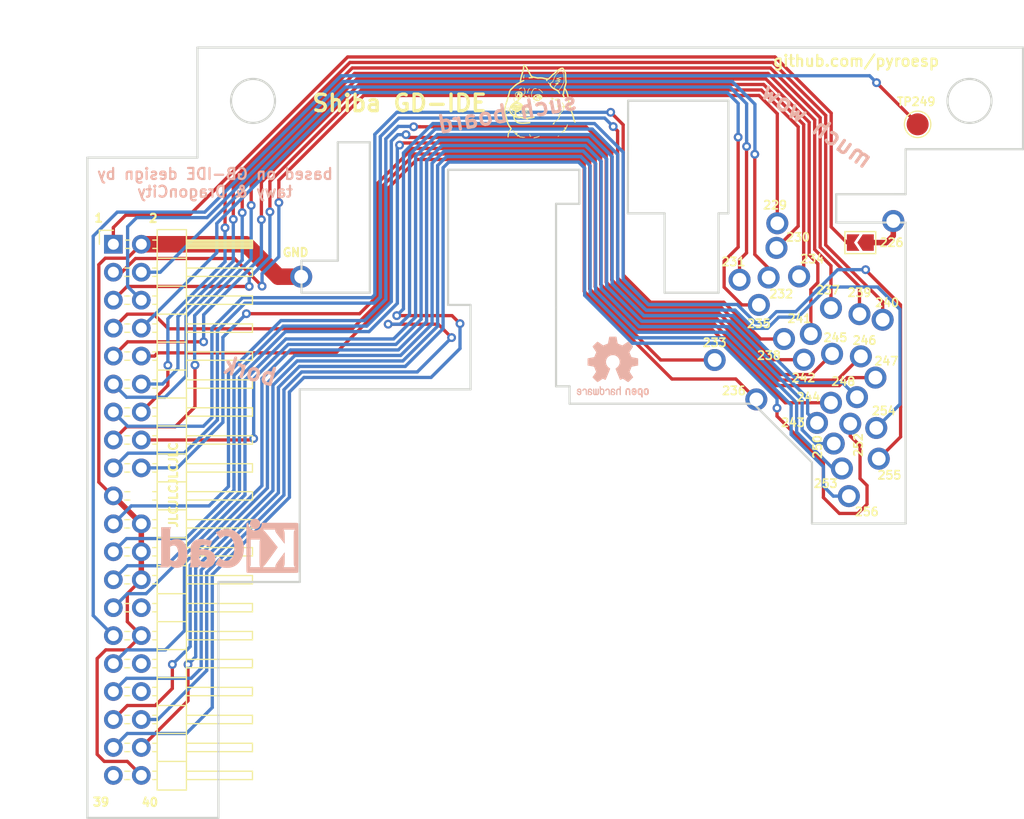
<source format=kicad_pcb>
(kicad_pcb (version 20171130) (host pcbnew "(5.1.6)-1")
  (layers (0 F.Cu signal) (31 B.Cu signal) (34 B.Paste user hide) (35 F.Paste user hide) (36 B.SilkS user) (37 F.SilkS user) (38 B.Mask user) (39 F.Mask user) (44 Edge.Cuts user))
  (net 0 "")
  (net 1 GND)
  (net 2 "Net-(J1-Pad39)")
  (net 3 TP256)
  (net 4 TP255)
  (net 5 TP254)
  (net 6 TP253)
  (net 7 "Net-(J1-Pad34)")
  (net 8 TP252)
  (net 9 "Net-(J1-Pad32)")
  (net 10 TP250)
  (net 11 TP249)
  (net 12 "Net-(J1-Pad28)")
  (net 13 TP248)
  (net 14 TP247)
  (net 15 TP246)
  (net 16 TP245)
  (net 17 TP244)
  (net 18 TP242)
  (net 19 TP243)
  (net 20 TP241)
  (net 21 TP240)
  (net 22 TP238)
  (net 23 TP239)
  (net 24 TP237)
  (net 25 TP236)
  (net 26 TP234)
  (net 27 TP235)
  (net 28 TP233)
  (net 29 TP232)
  (net 30 TP230)
  (net 31 TP231)
  (net 32 TP229)
  (net 33 TP226)
  (module Symbol:KiCad-Logo_5mm_SilkScreen (layer B.Cu) (at 117.950672 119.464037 180)
    (fp_text reference REF** hide)
    (fp_text value KiCad-Logo_5mm_SilkScreen hide)
  )
  (module Symbol:OSHW-Logo2_7.3x6mm_SilkScreen (layer B.Cu) (at 152.799472 102.700037 180)
    (fp_text reference REF** hide)
    (fp_text value OSHW-Logo2_7.3x6mm_SilkScreen hide)
  )
  (module doge:doge (layer F.Cu) (at 146.093872 78.849437)
    (fp_text reference G*** hide)
    (fp_text value LOGO hide)
  )
  (module TestPoint:TestPoint_Pad_D2.0mm (layer F.Cu) (at 180.4924 80.645)
    (fp_text reference TP249 (at -0.127 -2.0574) (layer F.SilkS) (effects (font (size 0.75 0.75))))
    (fp_text value TestPoint_Pad_D2.0mm)
    (pad 1 smd circle (at 0 0) (size 2 2) (layers F.Cu F.Mask) (net 11 TP249))
  )
  (module Connector_PinHeader_2.54mm:PinHeader_2x20_P2.54mm_Horizontal (layer F.Cu) (at 107.4166 91.5416)
    (fp_text reference J1 hide)
    (fp_text value Conn_02x20_Odd_Even)
    (pad 40 thru_hole oval (at 2.54 48.26) (size 1.7 1.7) (drill 1) (layers *.Cu *.Mask) (net 1 GND))
    (pad 39 thru_hole oval (at 0 48.26) (size 1.7 1.7) (drill 1) (layers *.Cu *.Mask) (net 2 "Net-(J1-Pad39)"))
    (pad 38 thru_hole oval (at 2.54 45.72) (size 1.7 1.7) (drill 1) (layers *.Cu *.Mask) (net 3 TP256))
    (pad 37 thru_hole oval (at 0 45.72) (size 1.7 1.7) (drill 1) (layers *.Cu *.Mask) (net 4 TP255))
    (pad 36 thru_hole oval (at 2.54 43.18) (size 1.7 1.7) (drill 1) (layers *.Cu *.Mask) (net 5 TP254))
    (pad 35 thru_hole oval (at 0 43.18) (size 1.7 1.7) (drill 1) (layers *.Cu *.Mask) (net 6 TP253))
    (pad 34 thru_hole oval (at 2.54 40.64) (size 1.7 1.7) (drill 1) (layers *.Cu *.Mask) (net 7 "Net-(J1-Pad34)"))
    (pad 33 thru_hole oval (at 0 40.64) (size 1.7 1.7) (drill 1) (layers *.Cu *.Mask) (net 8 TP252))
    (pad 32 thru_hole oval (at 2.54 38.1) (size 1.7 1.7) (drill 1) (layers *.Cu *.Mask) (net 9 "Net-(J1-Pad32)"))
    (pad 31 thru_hole oval (at 0 38.1) (size 1.7 1.7) (drill 1) (layers *.Cu *.Mask) (net 10 TP250))
    (pad 30 thru_hole oval (at 2.54 35.56) (size 1.7 1.7) (drill 1) (layers *.Cu *.Mask) (net 1 GND))
    (pad 29 thru_hole oval (at 0 35.56) (size 1.7 1.7) (drill 1) (layers *.Cu *.Mask) (net 11 TP249))
    (pad 28 thru_hole oval (at 2.54 33.02) (size 1.7 1.7) (drill 1) (layers *.Cu *.Mask) (net 12 "Net-(J1-Pad28)"))
    (pad 27 thru_hole oval (at 0 33.02) (size 1.7 1.7) (drill 1) (layers *.Cu *.Mask) (net 13 TP248))
    (pad 26 thru_hole oval (at 2.54 30.48) (size 1.7 1.7) (drill 1) (layers *.Cu *.Mask) (net 1 GND))
    (pad 25 thru_hole oval (at 0 30.48) (size 1.7 1.7) (drill 1) (layers *.Cu *.Mask) (net 14 TP247))
    (pad 24 thru_hole oval (at 2.54 27.94) (size 1.7 1.7) (drill 1) (layers *.Cu *.Mask) (net 1 GND))
    (pad 23 thru_hole oval (at 0 27.94) (size 1.7 1.7) (drill 1) (layers *.Cu *.Mask) (net 15 TP246))
    (pad 22 thru_hole oval (at 2.54 25.4) (size 1.7 1.7) (drill 1) (layers *.Cu *.Mask) (net 1 GND))
    (pad 21 thru_hole oval (at 0 25.4) (size 1.7 1.7) (drill 1) (layers *.Cu *.Mask) (net 16 TP245))
    (pad 19 thru_hole oval (at 0 22.86) (size 1.7 1.7) (drill 1) (layers *.Cu *.Mask) (net 1 GND))
    (pad 18 thru_hole oval (at 2.54 20.32) (size 1.7 1.7) (drill 1) (layers *.Cu *.Mask) (net 17 TP244))
    (pad 17 thru_hole oval (at 0 20.32) (size 1.7 1.7) (drill 1) (layers *.Cu *.Mask) (net 18 TP242))
    (pad 16 thru_hole oval (at 2.54 17.78) (size 1.7 1.7) (drill 1) (layers *.Cu *.Mask) (net 19 TP243))
    (pad 15 thru_hole oval (at 0 17.78) (size 1.7 1.7) (drill 1) (layers *.Cu *.Mask) (net 20 TP241))
    (pad 14 thru_hole oval (at 2.54 15.24) (size 1.7 1.7) (drill 1) (layers *.Cu *.Mask) (net 21 TP240))
    (pad 13 thru_hole oval (at 0 15.24) (size 1.7 1.7) (drill 1) (layers *.Cu *.Mask) (net 22 TP238))
    (pad 12 thru_hole oval (at 2.54 12.7) (size 1.7 1.7) (drill 1) (layers *.Cu *.Mask) (net 23 TP239))
    (pad 11 thru_hole oval (at 0 12.7) (size 1.7 1.7) (drill 1) (layers *.Cu *.Mask) (net 24 TP237))
    (pad 10 thru_hole oval (at 2.54 10.16) (size 1.7 1.7) (drill 1) (layers *.Cu *.Mask) (net 25 TP236))
    (pad 9 thru_hole oval (at 0 10.16) (size 1.7 1.7) (drill 1) (layers *.Cu *.Mask) (net 26 TP234))
    (pad 8 thru_hole oval (at 2.54 7.62) (size 1.7 1.7) (drill 1) (layers *.Cu *.Mask) (net 27 TP235))
    (pad 7 thru_hole oval (at 0 7.62) (size 1.7 1.7) (drill 1) (layers *.Cu *.Mask) (net 28 TP233))
    (pad 6 thru_hole oval (at 2.54 5.08) (size 1.7 1.7) (drill 1) (layers *.Cu *.Mask) (net 29 TP232))
    (pad 5 thru_hole oval (at 0 5.08) (size 1.7 1.7) (drill 1) (layers *.Cu *.Mask) (net 30 TP230))
    (pad 4 thru_hole oval (at 2.54 2.54) (size 1.7 1.7) (drill 1) (layers *.Cu *.Mask) (net 31 TP231))
    (pad 3 thru_hole oval (at 0 2.54) (size 1.7 1.7) (drill 1) (layers *.Cu *.Mask) (net 32 TP229))
    (pad 2 thru_hole oval (at 2.54 0) (size 1.7 1.7) (drill 1) (layers *.Cu *.Mask) (net 1 GND))
    (pad 1 thru_hole rect (at 0 0) (size 1.7 1.7) (drill 1) (layers *.Cu *.Mask) (net 33 TP226))
  )
  (module Jumper:SolderJumper-2_P1.3mm_Open_TrianglePad1.0x1.5mm (layer F.Cu) (at 175.2854 91.3892 180)
    (fp_text reference J2 hide)
    (fp_text value SolderJumper-2_P1.3mm_Open_TrianglePad1.0x1.5mm)
    (pad 1 smd custom (at -0.725 0 180) (size 0.3 0.3) (layers F.Cu F.Mask) (options (clearance outline) (anchor rect)) (primitives (gr_poly (pts (xy -0.5 -0.75) (xy 0.5 -0.75) (xy 1 0) (xy 0.5 0.75) (xy -0.5 0.75)) (width 0))))
    (pad 2 smd custom (at 0.725 0 180) (size 0.3 0.3) (layers F.Cu F.Mask) (net 33 TP226) (options (clearance outline) (anchor rect)) (primitives (gr_poly (pts (xy -0.65 -0.75) (xy 0.5 -0.75) (xy 0.5 0.75) (xy -0.65 0.75) (xy -0.15 0)) (width 0))))
  )
  (gr_text JLCJLCJLCJLC (at 112.873973 113.396747 90) (layer F.SilkS) (effects (font (size 0.75 0.75) (thickness 0.1875))))
  (gr_text bork (at 119.830272 103.081037 -15) (layer B.SilkS) (effects (font (size 1.5 1.5) (thickness 0.3)) (justify mirror)))
  (gr_text "such board" (at 143.198272 79.611437 10) (layer B.SilkS) (effects (font (size 1.5 1.5) (thickness 0.3)) (justify mirror)))
  (gr_text "much wow" (at 171.341472 80.754437 -35) (layer B.SilkS) (effects (font (size 1.5 1.5) (thickness 0.3)) (justify mirror)))
  (gr_text 40 (at 110.737072 142.247837) (layer F.SilkS) (effects (font (size 0.75 0.75) (thickness 0.1875))))
  (gr_text 39 (at 106.292072 142.222437) (layer F.SilkS) (effects (font (size 0.75 0.75) (thickness 0.1875))))
  (gr_text 2 (at 111.041872 89.187237) (layer F.SilkS) (effects (font (size 0.75 0.75) (thickness 0.1875))))
  (gr_text 1 (at 106.088872 89.161837) (layer F.SilkS) (effects (font (size 0.75 0.75) (thickness 0.1875))))
  (gr_text GND (at 123.970472 92.286037) (layer F.SilkS) (effects (font (size 0.75 0.75) (thickness 0.1875))))
  (gr_text github.com/pyroesp (at 174.897472 74.887037) (layer F.SilkS) (effects (font (size 1 1) (thickness 0.2))))
  (gr_text "Shiba GD-IDE" (at 133.419272 78.722437) (layer F.SilkS) (effects (font (size 1.5 1.5) (thickness 0.3))))
  (gr_text "based on GB-IDE design by\ntawy & DragonCity" (at 116.655272 85.961437) (layer B.SilkS) (effects (font (size 1 1) (thickness 0.2)) (justify mirror)))
  (gr_text "236\n" (at 163.8046 104.8512) (layer F.SilkS) (effects (font (size 0.75 0.75))))
  (gr_text 241 (at 169.7482 98.298) (layer F.SilkS) (effects (font (size 0.75 0.75))))
  (gr_text 233 (at 162.052 100.4824) (layer F.SilkS) (effects (font (size 0.75 0.75))))
  (gr_text 238 (at 166.9796 101.6508) (layer F.SilkS) (effects (font (size 0.75 0.75))))
  (gr_text 242 (at 170.1292 103.6828) (layer F.SilkS) (effects (font (size 0.75 0.75))))
  (gr_text 244 (at 170.561 105.4354) (layer F.SilkS) (effects (font (size 0.75 0.75))))
  (gr_text 243 (at 169.164 107.7468) (layer F.SilkS) (effects (font (size 0.75 0.75))))
  (gr_text 250 (at 171.3992 109.9566 90) (layer F.SilkS) (effects (font (size 0.75 0.75))))
  (gr_text 253 (at 172.1358 113.284) (layer F.SilkS) (effects (font (size 0.75 0.75))))
  (gr_text 256 (at 175.8696 115.8494) (layer F.SilkS) (effects (font (size 0.75 0.75))))
  (gr_text 252 (at 175.1076 109.7788 90) (layer F.SilkS) (effects (font (size 0.75 0.75))))
  (gr_text 255 (at 177.927 112.522) (layer F.SilkS) (effects (font (size 0.75 0.75))))
  (gr_text 254 (at 177.419 106.68) (layer F.SilkS) (effects (font (size 0.75 0.75))))
  (gr_text 248 (at 173.736 104.013) (layer F.SilkS) (effects (font (size 0.75 0.75))))
  (gr_text 247 (at 177.6476 102.1588) (layer F.SilkS) (effects (font (size 0.75 0.75))))
  (gr_text 246 (at 175.6664 100.2792) (layer F.SilkS) (effects (font (size 0.75 0.75))))
  (gr_text 245 (at 173.0248 100.0252) (layer F.SilkS) (effects (font (size 0.75 0.75))))
  (gr_text 240 (at 177.7238 96.8502) (layer F.SilkS) (effects (font (size 0.75 0.75))))
  (gr_text "239\n" (at 175.2092 95.9358) (layer F.SilkS) (effects (font (size 0.75 0.75))))
  (gr_text 237 (at 172.339 95.7072) (layer F.SilkS) (effects (font (size 0.75 0.75))))
  (gr_text "235\n" (at 166.0652 98.7552) (layer F.SilkS) (effects (font (size 0.75 0.75))))
  (gr_text 234 (at 170.9166 92.8878) (layer F.SilkS) (effects (font (size 0.75 0.75))))
  (gr_text 232 (at 168.0972 96.0628) (layer F.SilkS) (effects (font (size 0.75 0.75))))
  (gr_text 231 (at 163.7538 93.1418) (layer F.SilkS) (effects (font (size 0.75 0.75))))
  (gr_text 230 (at 169.6212 90.9066) (layer F.SilkS) (effects (font (size 0.75 0.75))))
  (gr_text 229 (at 167.5384 87.9856) (layer F.SilkS) (effects (font (size 0.75 0.75))))
  (gr_text 226 (at 178.1302 91.3892) (layer F.SilkS) (effects (font (size 0.75 0.75))))
  (gr_line (start 190.0682 82.9056) (end 190.0682 73.667837) (layer Edge.Cuts) (width 0.2))
  (gr_line (start 179.4002 86.995) (end 179.404529 82.903594) (layer Edge.Cuts) (width 0.2))
  (gr_circle (center 120.105072 78.517837) (end 120.105072 80.517837) (layer Edge.Cuts) (width 0.2))
  (gr_line (start 115.055072 83.667837) (end 105.055072 83.667837) (layer Edge.Cuts) (width 0.2))
  (gr_circle (center 185.205072 78.517837) (end 185.205072 80.517837) (layer Edge.Cuts) (width 0.2))
  (gr_line (start 105.0544 143.6624) (end 116.959976 143.6624) (layer Edge.Cuts) (width 0.2))
  (gr_line (start 115.055072 73.667837) (end 115.055072 83.667837) (layer Edge.Cuts) (width 0.2))
  (gr_line (start 190.0682 73.667837) (end 115.055072 73.667837) (layer Edge.Cuts) (width 0.2))
  (gr_line (start 105.055072 83.667837) (end 105.0544 143.6624) (layer Edge.Cuts) (width 0.2))
  (gr_line (start 165.586044 106.033132) (end 170.8912 111.3536) (layer Edge.Cuts) (width 0.2))
  (gr_line (start 170.8912 111.3536) (end 170.8912 116.9162) (layer Edge.Cuts) (width 0.2))
  (gr_line (start 148.8694 106.033132) (end 165.586044 106.033132) (layer Edge.Cuts) (width 0.2))
  (gr_line (start 116.963373 122.227621) (end 124.354773 122.227621) (layer Edge.Cuts) (width 0.2))
  (gr_line (start 179.4002 89.566673) (end 173.093788 89.566673) (layer Edge.Cuts) (width 0.2))
  (gr_line (start 162.403973 88.732242) (end 162.403973 95.946947) (layer Edge.Cuts) (width 0.2))
  (gr_line (start 116.959976 143.6624) (end 116.963373 122.227621) (layer Edge.Cuts) (width 0.2))
  (gr_line (start 137.826766 84.778227) (end 145.074292 84.778227) (layer Edge.Cuts) (width 0.2))
  (gr_line (start 157.501773 95.946947) (end 157.501773 88.733347) (layer Edge.Cuts) (width 0.2))
  (gr_line (start 124.51066 93.037349) (end 127.809173 93.037349) (layer Edge.Cuts) (width 0.2))
  (gr_line (start 162.403973 95.946947) (end 157.501773 95.946947) (layer Edge.Cuts) (width 0.2))
  (gr_line (start 173.093788 89.566673) (end 173.093788 86.996673) (layer Edge.Cuts) (width 0.2))
  (gr_line (start 179.404529 82.903594) (end 190.0682 82.9056) (layer Edge.Cuts) (width 0.2))
  (gr_line (start 170.8912 116.9162) (end 179.404529 116.9162) (layer Edge.Cuts) (width 0.2))
  (gr_line (start 139.869998 104.723792) (end 139.869998 97.055404) (layer Edge.Cuts) (width 0.2))
  (gr_line (start 139.869998 97.055404) (end 137.826766 97.055404) (layer Edge.Cuts) (width 0.2))
  (gr_line (start 124.51066 95.943061) (end 124.51066 93.037349) (layer Edge.Cuts) (width 0.2))
  (gr_line (start 147.638826 97.254215) (end 147.638826 104.446433) (layer Edge.Cuts) (width 0.2))
  (gr_line (start 127.809173 82.276034) (end 130.721651 82.276034) (layer Edge.Cuts) (width 0.2))
  (gr_line (start 147.638826 104.446433) (end 148.868644 104.446433) (layer Edge.Cuts) (width 0.2))
  (gr_line (start 154.163528 88.733347) (end 154.187514 78.5019) (layer Edge.Cuts) (width 0.2))
  (gr_line (start 124.354773 104.723792) (end 139.869998 104.723792) (layer Edge.Cuts) (width 0.2))
  (gr_line (start 173.093788 86.996673) (end 179.4002 86.995) (layer Edge.Cuts) (width 0.2))
  (gr_line (start 130.721651 95.943061) (end 124.51066 95.943061) (layer Edge.Cuts) (width 0.2))
  (gr_line (start 124.354773 122.227621) (end 124.354773 104.723792) (layer Edge.Cuts) (width 0.2))
  (gr_line (start 154.187514 78.5019) (end 163.295752 78.5019) (layer Edge.Cuts) (width 0.2))
  (gr_line (start 163.295752 78.5019) (end 163.295752 88.732242) (layer Edge.Cuts) (width 0.2))
  (gr_line (start 163.295752 88.732242) (end 162.403973 88.732242) (layer Edge.Cuts) (width 0.2))
  (gr_line (start 145.074292 84.778227) (end 149.747916 84.778227) (layer Edge.Cuts) (width 0.2))
  (gr_line (start 149.747916 84.778227) (end 149.747916 87.867755) (layer Edge.Cuts) (width 0.2))
  (gr_line (start 127.809173 93.037349) (end 127.809173 82.276034) (layer Edge.Cuts) (width 0.2))
  (gr_line (start 137.826766 97.055404) (end 137.826766 84.778227) (layer Edge.Cuts) (width 0.2))
  (gr_line (start 157.501773 88.733347) (end 154.163528 88.733347) (layer Edge.Cuts) (width 0.2))
  (gr_line (start 130.721651 82.276034) (end 130.721651 95.943061) (layer Edge.Cuts) (width 0.2))
  (gr_line (start 149.747916 87.867755) (end 147.638826 87.867755) (layer Edge.Cuts) (width 0.2))
  (gr_line (start 148.868644 104.446433) (end 148.8694 106.033132) (layer Edge.Cuts) (width 0.2))
  (gr_line (start 147.638826 87.867755) (end 147.638826 97.254215) (layer Edge.Cuts) (width 0.2))
  (gr_line (start 179.404529 116.9162) (end 179.4002 89.566673) (layer Edge.Cuts) (width 0.2))
  (via (at 178.2826 89.4334) (size 2) (drill 1.25) (layers F.Cu B.Cu) (net 0))
  (segment (start 176.0104 91.3892) (end 177.6476 91.3892) (width 0.5) (layer F.Cu) (net 0))
  (segment (start 178.2826 90.7542) (end 178.2826 90.116683) (width 0.5) (layer F.Cu) (net 0))
  (segment (start 177.6476 91.3892) (end 178.2826 90.7542) (width 0.5) (layer F.Cu) (net 0))
  (via (at 124.4854 94.488) (size 2) (drill 1.25) (layers F.Cu B.Cu) (net 1))
  (segment (start 107.4166 114.4016) (end 109.9566 116.9416) (width 0.5) (layer F.Cu) (net 1))
  (segment (start 109.9566 116.9416) (end 109.9566 119.4816) (width 0.5) (layer F.Cu) (net 1))
  (segment (start 109.9566 119.4816) (end 109.9566 122.0216) (width 0.5) (layer F.Cu) (net 1))
  (segment (start 107.4166 114.4016) (end 107.442 114.4016) (width 0.3) (layer F.Cu) (net 1))
  (segment (start 108.6866 123.2916) (end 109.9566 122.0216) (width 0.3) (layer F.Cu) (net 1))
  (segment (start 109.9566 127.1016) (end 108.6866 125.8316) (width 0.3) (layer F.Cu) (net 1))
  (segment (start 108.6866 125.8316) (end 108.6866 123.2916) (width 0.3) (layer F.Cu) (net 1))
  (segment (start 108.6866 92.8116) (end 109.9566 91.5416) (width 0.3) (layer F.Cu) (net 1))
  (segment (start 107.3404 114.4016) (end 106.0958 113.157) (width 0.3) (layer F.Cu) (net 1))
  (segment (start 107.4166 114.4016) (end 107.3404 114.4016) (width 0.3) (layer F.Cu) (net 1))
  (segment (start 106.0958 93.3958) (end 106.68 92.8116) (width 0.3) (layer F.Cu) (net 1))
  (segment (start 106.0958 113.157) (end 106.0958 93.3958) (width 0.3) (layer F.Cu) (net 1))
  (segment (start 106.68 92.8116) (end 108.6866 92.8116) (width 0.3) (layer F.Cu) (net 1))
  (segment (start 106.7308 128.397) (end 108.6612 128.397) (width 0.3) (layer F.Cu) (net 1))
  (segment (start 108.6866 138.5316) (end 106.590802 138.5316) (width 0.3) (layer F.Cu) (net 1))
  (segment (start 108.6612 128.397) (end 109.9566 127.1016) (width 0.3) (layer F.Cu) (net 1))
  (segment (start 105.9434 137.884198) (end 105.9434 129.1844) (width 0.3) (layer F.Cu) (net 1))
  (segment (start 105.9434 129.1844) (end 106.7308 128.397) (width 0.3) (layer F.Cu) (net 1))
  (segment (start 109.9566 139.8016) (end 108.6866 138.5316) (width 0.3) (layer F.Cu) (net 1))
  (segment (start 106.590802 138.5316) (end 105.9434 137.884198) (width 0.3) (layer F.Cu) (net 1))
  (segment (start 122.4026 94.488) (end 123.71065 94.488) (width 1.5) (layer F.Cu) (net 1))
  (segment (start 109.9566 91.5416) (end 119.4562 91.5416) (width 1.5) (layer F.Cu) (net 1))
  (segment (start 119.4562 91.5416) (end 122.4026 94.488) (width 1.5) (layer F.Cu) (net 1))
  (segment (start 174.244 114.427) (end 174.1424 114.427) (width 0.3) (layer B.Cu) (net 3))
  (via (at 174.244 114.427) (size 2) (drill 1.25) (layers F.Cu B.Cu) (net 3))
  (segment (start 109.9566 137.2616) (end 114.1984 133.0198) (width 0.3) (layer F.Cu) (net 3))
  (segment (start 114.1984 133.0198) (end 114.1984 129.725637) (width 0.3) (layer F.Cu) (net 3))
  (via (at 114.1984 129.725637) (size 0.8) (drill 0.4) (layers F.Cu B.Cu) (net 3))
  (segment (start 114.896553 120.936803) (end 114.896552 129.027485) (width 0.3) (layer B.Cu) (net 3))
  (segment (start 124.113009 102.144545) (end 121.914943 104.342613) (width 0.3) (layer B.Cu) (net 3))
  (segment (start 121.914942 113.918412) (end 114.896553 120.936803) (width 0.3) (layer B.Cu) (net 3))
  (segment (start 174.244 114.427) (end 172.829787 114.427) (width 0.3) (layer B.Cu) (net 3))
  (segment (start 172.829787 114.427) (end 171.9326 113.529813) (width 0.3) (layer B.Cu) (net 3))
  (segment (start 168.998082 106.150325) (end 162.884104 100.036347) (width 0.3) (layer B.Cu) (net 3))
  (segment (start 114.896552 129.027485) (end 114.1984 129.725637) (width 0.3) (layer B.Cu) (net 3))
  (segment (start 150.737438 84.41897) (end 149.892464 83.573996) (width 0.3) (layer B.Cu) (net 3))
  (segment (start 136.876744 98.991098) (end 133.723296 102.144545) (width 0.3) (layer B.Cu) (net 3))
  (segment (start 149.892464 83.573996) (end 137.687467 83.573996) (width 0.3) (layer B.Cu) (net 3))
  (segment (start 137.687467 83.573996) (end 136.876745 84.384718) (width 0.3) (layer B.Cu) (net 3))
  (segment (start 133.723296 102.144545) (end 124.113009 102.144545) (width 0.3) (layer B.Cu) (net 3))
  (segment (start 121.914943 104.342613) (end 121.914942 113.918412) (width 0.3) (layer B.Cu) (net 3))
  (segment (start 136.876745 84.384718) (end 136.876744 98.991098) (width 0.3) (layer B.Cu) (net 3))
  (segment (start 150.737438 95.97597) (end 150.737438 84.41897) (width 0.3) (layer B.Cu) (net 3))
  (segment (start 154.797815 100.036347) (end 150.737438 95.97597) (width 0.3) (layer B.Cu) (net 3))
  (segment (start 162.884104 100.036347) (end 154.797815 100.036347) (width 0.3) (layer B.Cu) (net 3))
  (segment (start 168.998082 108.817689) (end 168.998082 106.150325) (width 0.3) (layer B.Cu) (net 3))
  (segment (start 170.430602 110.254343) (end 168.998082 108.817689) (width 0.3) (layer B.Cu) (net 3))
  (segment (start 171.9326 111.756341) (end 170.430602 110.254343) (width 0.3) (layer B.Cu) (net 3))
  (segment (start 171.9326 113.529813) (end 171.9326 111.756341) (width 0.3) (layer B.Cu) (net 3))
  (via (at 176.9618 111.0234) (size 2) (drill 1.25) (layers F.Cu B.Cu) (net 4))
  (via (at 175.768 93.853) (size 0.8) (drill 0.4) (layers F.Cu B.Cu) (net 4))
  (segment (start 175.768 93.8784) (end 175.768 93.853) (width 0.3) (layer F.Cu) (net 4))
  (segment (start 178.932914 97.043314) (end 175.768 93.8784) (width 0.3) (layer F.Cu) (net 4))
  (segment (start 178.943 106.327984) (end 178.932914 97.043314) (width 0.3) (layer F.Cu) (net 4))
  (segment (start 176.9618 111.0234) (end 178.943 109.0422) (width 0.3) (layer F.Cu) (net 4))
  (segment (start 178.943 109.0422) (end 178.943 106.327984) (width 0.3) (layer F.Cu) (net 4))
  (via (at 138.9126 98.7552) (size 0.8) (drill 0.4) (layers F.Cu B.Cu) (net 4))
  (via (at 133.164556 98.02573) (size 0.8) (drill 0.4) (layers F.Cu B.Cu) (net 4))
  (segment (start 138.18313 98.02573) (end 133.164556 98.02573) (width 0.3) (layer F.Cu) (net 4))
  (segment (start 138.9126 98.7552) (end 138.18313 98.02573) (width 0.3) (layer F.Cu) (net 4))
  (segment (start 133.775399 97.414887) (end 133.164556 98.02573) (width 0.3) (layer B.Cu) (net 4))
  (segment (start 133.775399 83.243331) (end 133.775399 97.414887) (width 0.3) (layer B.Cu) (net 4))
  (segment (start 136.444802 80.573929) (end 133.775399 83.243331) (width 0.3) (layer B.Cu) (net 4))
  (segment (start 166.6494 98.679) (end 165.769485 98.679) (width 0.3) (layer B.Cu) (net 4))
  (segment (start 175.768 93.853) (end 173.228 93.853) (width 0.3) (layer B.Cu) (net 4))
  (segment (start 164.104232 97.013747) (end 156.017947 97.013747) (width 0.3) (layer B.Cu) (net 4))
  (segment (start 153.737504 83.176304) (end 151.135129 80.573929) (width 0.3) (layer B.Cu) (net 4))
  (segment (start 167.665398 97.663002) (end 166.6494 98.679) (width 0.3) (layer B.Cu) (net 4))
  (segment (start 169.417999 97.663001) (end 167.665398 97.663002) (width 0.3) (layer B.Cu) (net 4))
  (segment (start 173.228 93.853) (end 169.417999 97.663001) (width 0.3) (layer B.Cu) (net 4))
  (segment (start 156.017947 97.013747) (end 153.737504 94.733304) (width 0.3) (layer B.Cu) (net 4))
  (segment (start 153.737504 94.733304) (end 153.737504 83.176304) (width 0.3) (layer B.Cu) (net 4))
  (segment (start 165.769485 98.679) (end 164.104232 97.013747) (width 0.3) (layer B.Cu) (net 4))
  (segment (start 151.135129 80.573929) (end 136.444802 80.573929) (width 0.3) (layer B.Cu) (net 4))
  (segment (start 138.9126 101.0158) (end 138.9126 98.7552) (width 0.3) (layer B.Cu) (net 4))
  (segment (start 136.283822 103.644578) (end 138.9126 101.0158) (width 0.3) (layer B.Cu) (net 4))
  (segment (start 124.734342 103.644578) (end 136.283822 103.644578) (width 0.3) (layer B.Cu) (net 4))
  (segment (start 123.414973 104.963947) (end 124.734342 103.644578) (width 0.3) (layer B.Cu) (net 4))
  (segment (start 123.414973 114.539747) (end 123.414973 104.963947) (width 0.3) (layer B.Cu) (net 4))
  (segment (start 116.404573 121.550147) (end 123.414973 114.539747) (width 0.3) (layer B.Cu) (net 4))
  (segment (start 116.404573 133.633278) (end 116.404573 121.550147) (width 0.3) (layer B.Cu) (net 4))
  (segment (start 114.046251 135.9916) (end 116.404573 133.633278) (width 0.3) (layer B.Cu) (net 4))
  (segment (start 108.6866 135.9916) (end 114.046251 135.9916) (width 0.3) (layer B.Cu) (net 4))
  (segment (start 107.4166 137.2616) (end 108.6866 135.9916) (width 0.3) (layer B.Cu) (net 4))
  (via (at 176.7332 108.2294) (size 2) (drill 1.25) (layers F.Cu B.Cu) (net 5))
  (via (at 138.149087 100.023687) (size 0.8) (drill 0.4) (layers F.Cu B.Cu) (net 5))
  (via (at 132.384798 98.805487) (size 0.8) (drill 0.4) (layers F.Cu B.Cu) (net 5))
  (segment (start 136.930887 98.805487) (end 132.384798 98.805487) (width 0.3) (layer F.Cu) (net 5))
  (segment (start 138.149087 100.023687) (end 136.930887 98.805487) (width 0.3) (layer F.Cu) (net 5))
  (segment (start 133.466518 98.805487) (end 132.384798 98.805487) (width 0.3) (layer B.Cu) (net 5))
  (segment (start 134.328164 97.943841) (end 133.466518 98.805487) (width 0.3) (layer B.Cu) (net 5))
  (segment (start 134.328164 83.397689) (end 134.328164 97.943841) (width 0.3) (layer B.Cu) (net 5))
  (segment (start 136.651913 81.07394) (end 134.328164 83.397689) (width 0.3) (layer B.Cu) (net 5))
  (segment (start 150.928018 81.07394) (end 136.651913 81.07394) (width 0.3) (layer B.Cu) (net 5))
  (segment (start 153.237493 83.383415) (end 150.928018 81.07394) (width 0.3) (layer B.Cu) (net 5))
  (segment (start 153.237493 94.940415) (end 153.237493 83.383415) (width 0.3) (layer B.Cu) (net 5))
  (segment (start 155.818825 97.521747) (end 153.237493 94.940415) (width 0.3) (layer B.Cu) (net 5))
  (segment (start 163.90511 97.521747) (end 155.818825 97.521747) (width 0.3) (layer B.Cu) (net 5))
  (segment (start 165.562373 99.17901) (end 163.90511 97.521747) (width 0.3) (layer B.Cu) (net 5))
  (segment (start 169.62511 98.163012) (end 167.87251 98.163012) (width 0.3) (layer B.Cu) (net 5))
  (segment (start 172.360322 95.4278) (end 169.62511 98.163012) (width 0.3) (layer B.Cu) (net 5))
  (segment (start 176.8602 95.4278) (end 172.360322 95.4278) (width 0.3) (layer B.Cu) (net 5))
  (segment (start 178.8922 97.4598) (end 176.8602 95.4278) (width 0.3) (layer B.Cu) (net 5))
  (segment (start 178.8922 106.0704) (end 178.8922 97.4598) (width 0.3) (layer B.Cu) (net 5))
  (segment (start 176.7332 108.2294) (end 178.8922 106.0704) (width 0.3) (layer B.Cu) (net 5))
  (segment (start 166.856511 99.179011) (end 165.562373 99.17901) (width 0.3) (layer B.Cu) (net 5))
  (segment (start 167.87251 98.163012) (end 166.856511 99.179011) (width 0.3) (layer B.Cu) (net 5))
  (segment (start 122.914962 114.332636) (end 122.914963 104.756835) (width 0.3) (layer B.Cu) (net 5))
  (segment (start 122.914963 104.756835) (end 124.527231 103.144567) (width 0.3) (layer B.Cu) (net 5))
  (segment (start 115.896573 121.351025) (end 122.914962 114.332636) (width 0.3) (layer B.Cu) (net 5))
  (segment (start 135.028207 103.144567) (end 138.149087 100.023687) (width 0.3) (layer B.Cu) (net 5))
  (segment (start 124.527231 103.144567) (end 135.028207 103.144567) (width 0.3) (layer B.Cu) (net 5))
  (segment (start 115.896573 130.274408) (end 115.896573 121.351025) (width 0.3) (layer B.Cu) (net 5))
  (segment (start 111.449381 134.7216) (end 115.896573 130.274408) (width 0.3) (layer B.Cu) (net 5))
  (segment (start 109.9566 134.7216) (end 111.449381 134.7216) (width 0.3) (layer B.Cu) (net 5))
  (via (at 112.776 129.7178) (size 0.8) (drill 0.4) (layers F.Cu B.Cu) (net 6))
  (segment (start 112.776 131.9022) (end 112.776 129.7178) (width 0.3) (layer F.Cu) (net 6))
  (segment (start 111.2266 133.4516) (end 112.776 131.9022) (width 0.3) (layer F.Cu) (net 6))
  (segment (start 107.4166 134.7216) (end 108.6866 133.4516) (width 0.3) (layer F.Cu) (net 6))
  (segment (start 108.6866 133.4516) (end 111.2266 133.4516) (width 0.3) (layer F.Cu) (net 6))
  (via (at 173.611102 111.910298) (size 2) (drill 1.25) (layers F.Cu B.Cu) (net 6))
  (segment (start 172.7941 111.910298) (end 173.611102 111.910298) (width 0.3) (layer B.Cu) (net 6))
  (segment (start 114.396542 128.097258) (end 114.396542 120.704292) (width 0.3) (layer B.Cu) (net 6))
  (segment (start 121.414933 104.135501) (end 123.905898 101.644534) (width 0.3) (layer B.Cu) (net 6))
  (segment (start 151.237449 84.211859) (end 151.23745 95.76886) (width 0.3) (layer B.Cu) (net 6))
  (segment (start 123.905898 101.644534) (end 133.516185 101.644534) (width 0.3) (layer B.Cu) (net 6))
  (segment (start 136.376735 84.177606) (end 137.480356 83.073985) (width 0.3) (layer B.Cu) (net 6))
  (segment (start 163.091215 99.536336) (end 169.498093 105.943214) (width 0.3) (layer B.Cu) (net 6))
  (segment (start 169.498093 105.943214) (end 169.498093 108.611) (width 0.3) (layer B.Cu) (net 6))
  (segment (start 136.376734 98.783986) (end 136.376735 84.177606) (width 0.3) (layer B.Cu) (net 6))
  (segment (start 170.638625 109.754823) (end 172.7941 111.910298) (width 0.3) (layer B.Cu) (net 6))
  (segment (start 150.099575 83.073985) (end 151.237449 84.211859) (width 0.3) (layer B.Cu) (net 6))
  (segment (start 121.414932 113.685902) (end 121.414933 104.135501) (width 0.3) (layer B.Cu) (net 6))
  (segment (start 133.516185 101.644534) (end 136.376734 98.783986) (width 0.3) (layer B.Cu) (net 6))
  (segment (start 112.776 129.7178) (end 114.396542 128.097258) (width 0.3) (layer B.Cu) (net 6))
  (segment (start 114.396542 120.704292) (end 121.414932 113.685902) (width 0.3) (layer B.Cu) (net 6))
  (segment (start 151.23745 95.76886) (end 155.004926 99.536336) (width 0.3) (layer B.Cu) (net 6))
  (segment (start 137.480356 83.073985) (end 150.099575 83.073985) (width 0.3) (layer B.Cu) (net 6))
  (segment (start 155.004926 99.536336) (end 163.091215 99.536336) (width 0.3) (layer B.Cu) (net 6))
  (segment (start 169.498093 108.611) (end 169.498689 108.611597) (width 0.3) (layer B.Cu) (net 6))
  (segment (start 169.498689 108.611597) (end 170.638625 109.754823) (width 0.3) (layer B.Cu) (net 6))
  (via (at 174.371 107.8484) (size 2) (drill 1.25) (layers F.Cu B.Cu) (net 8))
  (segment (start 174.371 107.8484) (end 174.565602 107.8484) (width 0.3) (layer B.Cu) (net 8))
  (via (at 167.7162 106.426) (size 0.8) (drill 0.4) (layers F.Cu B.Cu) (net 8))
  (segment (start 167.7162 107.1626) (end 167.7162 106.426) (width 0.3) (layer F.Cu) (net 8))
  (segment (start 171.9326 111.379) (end 167.7162 107.1626) (width 0.3) (layer F.Cu) (net 8))
  (segment (start 173.3804 116.0018) (end 171.9326 114.554) (width 0.3) (layer F.Cu) (net 8))
  (segment (start 175.0568 116.0018) (end 173.3804 116.0018) (width 0.3) (layer F.Cu) (net 8))
  (segment (start 175.895 115.1636) (end 175.0568 116.0018) (width 0.3) (layer F.Cu) (net 8))
  (segment (start 175.895 113.4618) (end 175.895 115.1636) (width 0.3) (layer F.Cu) (net 8))
  (segment (start 174.371 107.8484) (end 174.371 108.966) (width 0.3) (layer F.Cu) (net 8))
  (segment (start 175.26 109.855) (end 175.26 112.8268) (width 0.3) (layer F.Cu) (net 8))
  (segment (start 171.9326 114.554) (end 171.9326 111.379) (width 0.3) (layer F.Cu) (net 8))
  (segment (start 174.371 108.966) (end 175.26 109.855) (width 0.3) (layer F.Cu) (net 8))
  (segment (start 175.26 112.8268) (end 175.895 113.4618) (width 0.3) (layer F.Cu) (net 8))
  (segment (start 122.414952 114.125524) (end 122.414953 104.549723) (width 0.3) (layer B.Cu) (net 8))
  (segment (start 114.482217 130.981599) (end 115.396562 130.067254) (width 0.3) (layer B.Cu) (net 8))
  (segment (start 167.7162 105.575565) (end 167.7162 106.426) (width 0.3) (layer B.Cu) (net 8))
  (segment (start 137.894578 84.074007) (end 149.685353 84.074007) (width 0.3) (layer B.Cu) (net 8))
  (segment (start 137.376756 99.206364) (end 137.376756 84.591829) (width 0.3) (layer B.Cu) (net 8))
  (segment (start 107.4166 132.1816) (end 108.616601 130.981599) (width 0.3) (layer B.Cu) (net 8))
  (segment (start 154.590704 100.536358) (end 162.676993 100.536358) (width 0.3) (layer B.Cu) (net 8))
  (segment (start 162.676993 100.536358) (end 167.7162 105.575565) (width 0.3) (layer B.Cu) (net 8))
  (segment (start 115.396563 121.143913) (end 122.414952 114.125524) (width 0.3) (layer B.Cu) (net 8))
  (segment (start 150.237427 84.626081) (end 150.237427 96.183081) (width 0.3) (layer B.Cu) (net 8))
  (segment (start 150.237427 96.183081) (end 154.590704 100.536358) (width 0.3) (layer B.Cu) (net 8))
  (segment (start 149.685353 84.074007) (end 150.237427 84.626081) (width 0.3) (layer B.Cu) (net 8))
  (segment (start 137.376756 84.591829) (end 137.894578 84.074007) (width 0.3) (layer B.Cu) (net 8))
  (segment (start 133.938564 102.644556) (end 137.376756 99.206364) (width 0.3) (layer B.Cu) (net 8))
  (segment (start 124.32012 102.644556) (end 133.938564 102.644556) (width 0.3) (layer B.Cu) (net 8))
  (segment (start 122.414953 104.549723) (end 124.32012 102.644556) (width 0.3) (layer B.Cu) (net 8))
  (segment (start 115.396562 130.067254) (end 115.396563 121.143913) (width 0.3) (layer B.Cu) (net 8))
  (segment (start 108.616601 130.981599) (end 114.482217 130.981599) (width 0.3) (layer B.Cu) (net 8))
  (via (at 172.8724 109.6518) (size 2) (drill 1.25) (layers F.Cu B.Cu) (net 10))
  (segment (start 123.508757 101.144523) (end 133.309074 101.144523) (width 0.3) (layer B.Cu) (net 10))
  (segment (start 169.998401 108.404609) (end 171.245592 109.6518) (width 0.3) (layer B.Cu) (net 10))
  (segment (start 135.876723 98.576875) (end 135.876725 83.970494) (width 0.3) (layer B.Cu) (net 10))
  (segment (start 155.197491 99.021777) (end 163.283778 99.021777) (width 0.3) (layer B.Cu) (net 10))
  (segment (start 163.283778 99.021777) (end 169.998401 105.7364) (width 0.3) (layer B.Cu) (net 10))
  (segment (start 108.6612 128.397) (end 112.141909 128.397) (width 0.3) (layer B.Cu) (net 10))
  (segment (start 112.141909 128.397) (end 113.872562 126.666347) (width 0.3) (layer B.Cu) (net 10))
  (segment (start 113.872563 120.521149) (end 120.914922 113.47879) (width 0.3) (layer B.Cu) (net 10))
  (segment (start 133.309074 101.144523) (end 135.876723 98.576875) (width 0.3) (layer B.Cu) (net 10))
  (segment (start 151.73746 84.004748) (end 151.73746 95.561748) (width 0.3) (layer B.Cu) (net 10))
  (segment (start 171.245592 109.6518) (end 172.8724 109.6518) (width 0.3) (layer B.Cu) (net 10))
  (segment (start 169.998401 105.7364) (end 169.998401 108.404609) (width 0.3) (layer B.Cu) (net 10))
  (segment (start 150.306687 82.573975) (end 151.73746 84.004748) (width 0.3) (layer B.Cu) (net 10))
  (segment (start 107.4166 129.6416) (end 108.6612 128.397) (width 0.3) (layer B.Cu) (net 10))
  (segment (start 135.876725 83.970494) (end 137.273245 82.573974) (width 0.3) (layer B.Cu) (net 10))
  (segment (start 120.914922 103.738358) (end 123.508757 101.144523) (width 0.3) (layer B.Cu) (net 10))
  (segment (start 137.273245 82.573974) (end 150.306687 82.573975) (width 0.3) (layer B.Cu) (net 10))
  (segment (start 120.914922 113.47879) (end 120.914922 103.738358) (width 0.3) (layer B.Cu) (net 10))
  (segment (start 113.872562 126.666347) (end 113.872563 120.521149) (width 0.3) (layer B.Cu) (net 10))
  (segment (start 151.73746 95.561748) (end 155.197491 99.021777) (width 0.3) (layer B.Cu) (net 10))
  (via (at 176.758598 76.8604) (size 0.8) (drill 0.4) (layers F.Cu B.Cu) (net 11))
  (segment (start 177.158597 77.260399) (end 176.758598 76.8604) (width 0.3) (layer F.Cu) (net 11))
  (segment (start 180.4924 80.5942) (end 177.158597 77.260399) (width 0.3) (layer F.Cu) (net 11))
  (segment (start 115.7224 88.6206) (end 128.111199 76.231801) (width 0.3) (layer B.Cu) (net 11))
  (segment (start 107.4166 127.1016) (end 105.5878 125.2728) (width 0.3) (layer B.Cu) (net 11))
  (segment (start 105.5878 90.805) (end 107.7722 88.6206) (width 0.3) (layer B.Cu) (net 11))
  (segment (start 176.129999 76.231801) (end 176.758598 76.8604) (width 0.3) (layer B.Cu) (net 11))
  (segment (start 105.5878 125.2728) (end 105.5878 90.805) (width 0.3) (layer B.Cu) (net 11))
  (segment (start 128.111199 76.231801) (end 176.129999 76.231801) (width 0.3) (layer B.Cu) (net 11))
  (segment (start 107.7722 88.6206) (end 115.7224 88.6206) (width 0.3) (layer B.Cu) (net 11))
  (via (at 174.9806 105.4354) (size 2) (drill 1.25) (layers F.Cu B.Cu) (net 13))
  (segment (start 134.876702 83.556273) (end 134.876702 98.150418) (width 0.3) (layer B.Cu) (net 13))
  (segment (start 152.737481 83.590525) (end 150.720907 81.573951) (width 0.3) (layer B.Cu) (net 13))
  (segment (start 152.737482 95.147526) (end 152.737481 83.590525) (width 0.3) (layer B.Cu) (net 13))
  (segment (start 163.697999 98.021758) (end 155.611713 98.021757) (width 0.3) (layer B.Cu) (net 13))
  (segment (start 169.790841 104.1146) (end 163.697999 98.021758) (width 0.3) (layer B.Cu) (net 13))
  (segment (start 173.6598 104.1146) (end 169.790841 104.1146) (width 0.3) (layer B.Cu) (net 13))
  (segment (start 174.9806 105.4354) (end 173.6598 104.1146) (width 0.3) (layer B.Cu) (net 13))
  (segment (start 119.376373 103.862663) (end 119.376373 114.310217) (width 0.3) (layer B.Cu) (net 13))
  (segment (start 136.859024 81.573951) (end 134.876702 83.556273) (width 0.3) (layer B.Cu) (net 13))
  (segment (start 132.882616 100.144504) (end 123.094531 100.144505) (width 0.3) (layer B.Cu) (net 13))
  (segment (start 108.6866 123.2916) (end 107.4166 124.5616) (width 0.3) (layer B.Cu) (net 13))
  (segment (start 134.876702 98.150418) (end 132.882616 100.144504) (width 0.3) (layer B.Cu) (net 13))
  (segment (start 150.720907 81.573951) (end 136.859024 81.573951) (width 0.3) (layer B.Cu) (net 13))
  (segment (start 119.376373 114.310217) (end 110.39499 123.2916) (width 0.3) (layer B.Cu) (net 13))
  (segment (start 155.611713 98.021757) (end 152.737482 95.147526) (width 0.3) (layer B.Cu) (net 13))
  (segment (start 123.094531 100.144505) (end 119.376373 103.862663) (width 0.3) (layer B.Cu) (net 13))
  (segment (start 110.39499 123.2916) (end 108.6866 123.2916) (width 0.3) (layer B.Cu) (net 13))
  (via (at 176.657 103.6574) (size 2) (drill 1.25) (layers F.Cu B.Cu) (net 14))
  (via (at 133.421707 82.532545) (size 0.8) (drill 0.4) (layers F.Cu B.Cu) (net 14))
  (segment (start 176.657 103.6574) (end 174.11292 103.6574) (width 0.3) (layer F.Cu) (net 14))
  (segment (start 173.388501 104.381819) (end 167.610575 104.381817) (width 0.3) (layer F.Cu) (net 14))
  (segment (start 167.610575 104.381817) (end 162.039346 98.810588) (width 0.3) (layer F.Cu) (net 14))
  (segment (start 162.039346 98.810588) (end 155.316502 98.810588) (width 0.3) (layer F.Cu) (net 14))
  (segment (start 151.697955 83.612789) (end 150.423977 82.338811) (width 0.3) (layer F.Cu) (net 14))
  (segment (start 133.615441 82.338811) (end 133.421707 82.532545) (width 0.3) (layer F.Cu) (net 14))
  (segment (start 151.697955 95.192041) (end 151.697955 83.612789) (width 0.3) (layer F.Cu) (net 14))
  (segment (start 155.316502 98.810588) (end 151.697955 95.192041) (width 0.3) (layer F.Cu) (net 14))
  (segment (start 174.11292 103.6574) (end 173.388501 104.381819) (width 0.3) (layer F.Cu) (net 14))
  (segment (start 150.423977 82.338811) (end 133.615441 82.338811) (width 0.3) (layer F.Cu) (net 14))
  (segment (start 118.876362 114.09588) (end 118.876363 103.655551) (width 0.3) (layer B.Cu) (net 14))
  (segment (start 133.220234 96.909374) (end 133.220234 82.734018) (width 0.3) (layer B.Cu) (net 14))
  (segment (start 107.4166 122.0216) (end 108.6866 120.7516) (width 0.3) (layer B.Cu) (net 14))
  (segment (start 130.653492 99.476116) (end 133.220234 96.909374) (width 0.3) (layer B.Cu) (net 14))
  (segment (start 123.055796 99.476116) (end 130.653492 99.476116) (width 0.3) (layer B.Cu) (net 14))
  (segment (start 118.876363 103.655551) (end 123.055796 99.476116) (width 0.3) (layer B.Cu) (net 14))
  (segment (start 112.220642 120.7516) (end 118.876362 114.09588) (width 0.3) (layer B.Cu) (net 14))
  (segment (start 108.6866 120.7516) (end 112.220642 120.7516) (width 0.3) (layer B.Cu) (net 14))
  (segment (start 133.220234 82.734018) (end 133.421707 82.532545) (width 0.3) (layer B.Cu) (net 14))
  (via (at 175.3362 101.727) (size 2) (drill 1.25) (layers F.Cu B.Cu) (net 15))
  (via (at 134.006747 81.583973) (size 0.8) (drill 0.4) (layers F.Cu B.Cu) (net 15))
  (segment (start 150.631088 81.8388) (end 134.261574 81.8388) (width 0.3) (layer F.Cu) (net 15))
  (segment (start 134.261574 81.8388) (end 134.006747 81.583973) (width 0.3) (layer F.Cu) (net 15))
  (segment (start 155.523614 98.310578) (end 152.197966 94.98493) (width 0.3) (layer F.Cu) (net 15))
  (segment (start 152.197966 83.405678) (end 150.631088 81.8388) (width 0.3) (layer F.Cu) (net 15))
  (segment (start 173.18139 103.881808) (end 167.817687 103.881807) (width 0.3) (layer F.Cu) (net 15))
  (segment (start 152.197966 94.98493) (end 152.197966 83.405678) (width 0.3) (layer F.Cu) (net 15))
  (segment (start 162.246458 98.310578) (end 155.523614 98.310578) (width 0.3) (layer F.Cu) (net 15))
  (segment (start 167.817687 103.881807) (end 162.246458 98.310578) (width 0.3) (layer F.Cu) (net 15))
  (segment (start 175.3362 101.727) (end 173.18139 103.881808) (width 0.3) (layer F.Cu) (net 15))
  (segment (start 132.671697 82.174669) (end 133.262393 81.583973) (width 0.3) (layer B.Cu) (net 15))
  (segment (start 107.4166 119.4816) (end 108.616601 118.281599) (width 0.3) (layer B.Cu) (net 15))
  (segment (start 130.446381 98.976105) (end 132.671697 96.750789) (width 0.3) (layer B.Cu) (net 15))
  (segment (start 132.671697 96.750789) (end 132.671697 82.174669) (width 0.3) (layer B.Cu) (net 15))
  (segment (start 118.376353 103.448439) (end 122.848685 98.976105) (width 0.3) (layer B.Cu) (net 15))
  (segment (start 122.848685 98.976105) (end 130.446381 98.976105) (width 0.3) (layer B.Cu) (net 15))
  (segment (start 118.376352 113.888768) (end 118.376353 103.448439) (width 0.3) (layer B.Cu) (net 15))
  (segment (start 113.983521 118.281599) (end 118.376352 113.888768) (width 0.3) (layer B.Cu) (net 15))
  (segment (start 108.616601 118.281599) (end 113.983521 118.281599) (width 0.3) (layer B.Cu) (net 15))
  (segment (start 133.262393 81.583973) (end 134.006747 81.583973) (width 0.3) (layer B.Cu) (net 15))
  (via (at 172.72 101.4984) (size 2) (drill 1.25) (layers F.Cu B.Cu) (net 16))
  (via (at 134.703836 80.866971) (size 0.8) (drill 0.4) (layers F.Cu B.Cu) (net 16))
  (segment (start 162.45357 97.810568) (end 155.730726 97.810568) (width 0.3) (layer F.Cu) (net 16))
  (segment (start 152.697976 83.198566) (end 150.366381 80.866971) (width 0.3) (layer F.Cu) (net 16))
  (segment (start 150.366381 80.866971) (end 135.269521 80.866971) (width 0.3) (layer F.Cu) (net 16))
  (segment (start 155.730726 97.810568) (end 152.697979 94.777821) (width 0.3) (layer F.Cu) (net 16))
  (segment (start 152.697979 94.777821) (end 152.697976 83.198566) (width 0.3) (layer F.Cu) (net 16))
  (segment (start 168.024799 103.381797) (end 162.45357 97.810568) (width 0.3) (layer F.Cu) (net 16))
  (segment (start 135.269521 80.866971) (end 134.703836 80.866971) (width 0.3) (layer F.Cu) (net 16))
  (segment (start 172.72 101.4984) (end 170.836603 103.381797) (width 0.3) (layer F.Cu) (net 16))
  (segment (start 170.836603 103.381797) (end 168.024799 103.381797) (width 0.3) (layer F.Cu) (net 16))
  (segment (start 133.305272 80.833972) (end 134.670837 80.833972) (width 0.3) (layer B.Cu) (net 16))
  (segment (start 117.876343 103.241327) (end 122.641574 98.476094) (width 0.3) (layer B.Cu) (net 16))
  (segment (start 109.0422 115.316) (end 116.114998 115.316) (width 0.3) (layer B.Cu) (net 16))
  (segment (start 107.4166 116.9416) (end 109.0422 115.316) (width 0.3) (layer B.Cu) (net 16))
  (segment (start 116.114998 115.316) (end 117.876342 113.554656) (width 0.3) (layer B.Cu) (net 16))
  (segment (start 117.876342 113.554656) (end 117.876343 103.241327) (width 0.3) (layer B.Cu) (net 16))
  (segment (start 132.171687 81.967557) (end 133.305272 80.833972) (width 0.3) (layer B.Cu) (net 16))
  (segment (start 134.670837 80.833972) (end 134.703836 80.866971) (width 0.3) (layer B.Cu) (net 16))
  (segment (start 122.641574 98.476094) (end 130.23927 98.476094) (width 0.3) (layer B.Cu) (net 16))
  (segment (start 130.23927 98.476094) (end 132.171686 96.543678) (width 0.3) (layer B.Cu) (net 16))
  (segment (start 132.171686 96.543678) (end 132.171687 81.967557) (width 0.3) (layer B.Cu) (net 16))
  (via (at 172.6184 105.9434) (size 2) (drill 1.25) (layers F.Cu B.Cu) (net 17))
  (via (at 119.503373 97.851947) (size 0.8) (drill 0.4) (layers F.Cu B.Cu) (net 17))
  (segment (start 150.216866 82.838822) (end 134.585178 82.838822) (width 0.3) (layer F.Cu) (net 17))
  (segment (start 131.445 85.979) (end 131.445 96.19732) (width 0.3) (layer F.Cu) (net 17))
  (segment (start 131.445 96.19732) (end 129.790373 97.851947) (width 0.3) (layer F.Cu) (net 17))
  (segment (start 161.832234 99.310598) (end 155.10939 99.310598) (width 0.3) (layer F.Cu) (net 17))
  (segment (start 134.585178 82.838822) (end 131.445 85.979) (width 0.3) (layer F.Cu) (net 17))
  (segment (start 151.197944 83.8199) (end 150.216866 82.838822) (width 0.3) (layer F.Cu) (net 17))
  (segment (start 172.6184 105.9434) (end 168.465036 105.9434) (width 0.3) (layer F.Cu) (net 17))
  (segment (start 129.790373 97.851947) (end 119.503373 97.851947) (width 0.3) (layer F.Cu) (net 17))
  (segment (start 151.197944 95.399152) (end 151.197944 83.8199) (width 0.3) (layer F.Cu) (net 17))
  (segment (start 155.10939 99.310598) (end 151.197944 95.399152) (width 0.3) (layer F.Cu) (net 17))
  (segment (start 168.465036 105.9434) (end 161.832234 99.310598) (width 0.3) (layer F.Cu) (net 17))
  (segment (start 117.369773 107.71778) (end 117.369773 99.985547) (width 0.3) (layer B.Cu) (net 17))
  (segment (start 113.225953 111.8616) (end 117.369773 107.71778) (width 0.3) (layer B.Cu) (net 17))
  (segment (start 109.9566 111.8616) (end 113.225953 111.8616) (width 0.3) (layer B.Cu) (net 17))
  (segment (start 117.369773 99.985547) (end 119.503373 97.851947) (width 0.3) (layer B.Cu) (net 17))
  (via (at 170.1546 102.031788) (size 2) (drill 1.25) (layers F.Cu B.Cu) (net 18))
  (via (at 152.8318 80.8482) (size 0.8) (drill 0.4) (layers F.Cu B.Cu) (net 18))
  (segment (start 153.231799 81.248199) (end 152.8318 80.8482) (width 0.3) (layer F.Cu) (net 18))
  (segment (start 170.1546 102.031788) (end 167.398176 102.031788) (width 0.3) (layer F.Cu) (net 18))
  (segment (start 153.231799 94.604521) (end 153.231799 81.248199) (width 0.3) (layer F.Cu) (net 18))
  (segment (start 155.937836 97.310558) (end 153.231799 94.604521) (width 0.3) (layer F.Cu) (net 18))
  (segment (start 162.676946 97.310558) (end 155.937836 97.310558) (width 0.3) (layer F.Cu) (net 18))
  (segment (start 167.398176 102.031788) (end 162.676946 97.310558) (width 0.3) (layer F.Cu) (net 18))
  (segment (start 119.370039 96.893081) (end 131.115163 96.893081) (width 0.3) (layer B.Cu) (net 18))
  (segment (start 133.358204 80.073918) (end 152.057518 80.073918) (width 0.3) (layer B.Cu) (net 18))
  (segment (start 108.756599 110.521601) (end 113.85883 110.521601) (width 0.3) (layer B.Cu) (net 18))
  (segment (start 152.057518 80.073918) (end 152.8318 80.8482) (width 0.3) (layer B.Cu) (net 18))
  (segment (start 131.671671 96.336571) (end 131.671672 81.76045) (width 0.3) (layer B.Cu) (net 18))
  (segment (start 131.671672 81.76045) (end 133.358204 80.073918) (width 0.3) (layer B.Cu) (net 18))
  (segment (start 131.115163 96.893081) (end 131.671671 96.336571) (width 0.3) (layer B.Cu) (net 18))
  (segment (start 116.869762 99.393358) (end 119.370039 96.893081) (width 0.3) (layer B.Cu) (net 18))
  (segment (start 116.869762 107.510669) (end 116.869762 99.393358) (width 0.3) (layer B.Cu) (net 18))
  (segment (start 113.85883 110.521601) (end 116.869762 107.510669) (width 0.3) (layer B.Cu) (net 18))
  (segment (start 107.4166 111.8616) (end 108.756599 110.521601) (width 0.3) (layer B.Cu) (net 18))
  (via (at 171.348411 107.7722) (size 2) (drill 1.25) (layers F.Cu B.Cu) (net 19))
  (via (at 120.164912 109.1946) (size 0.8) (drill 0.4) (layers F.Cu B.Cu) (net 19))
  (segment (start 120.037912 109.3216) (end 120.164912 109.1946) (width 0.3) (layer F.Cu) (net 19))
  (segment (start 120.164912 103.781246) (end 120.164912 109.1946) (width 0.3) (layer B.Cu) (net 19))
  (segment (start 170.498412 106.922201) (end 170.498412 105.529293) (width 0.3) (layer B.Cu) (net 19))
  (segment (start 133.089727 100.644515) (end 123.301643 100.644515) (width 0.3) (layer B.Cu) (net 19))
  (segment (start 152.237471 95.354637) (end 152.237471 83.797637) (width 0.3) (layer B.Cu) (net 19))
  (segment (start 170.498412 105.529293) (end 163.490887 98.521768) (width 0.3) (layer B.Cu) (net 19))
  (segment (start 152.237471 83.797637) (end 150.513797 82.073963) (width 0.3) (layer B.Cu) (net 19))
  (segment (start 163.490887 98.521768) (end 155.404601 98.521767) (width 0.3) (layer B.Cu) (net 19))
  (segment (start 150.513797 82.073963) (end 137.066133 82.073964) (width 0.3) (layer B.Cu) (net 19))
  (segment (start 135.376713 83.763384) (end 135.376712 98.35753) (width 0.3) (layer B.Cu) (net 19))
  (segment (start 123.301643 100.644515) (end 120.164912 103.781246) (width 0.3) (layer B.Cu) (net 19))
  (segment (start 135.376712 98.35753) (end 133.089727 100.644515) (width 0.3) (layer B.Cu) (net 19))
  (segment (start 137.066133 82.073964) (end 135.376713 83.763384) (width 0.3) (layer B.Cu) (net 19))
  (segment (start 171.348411 107.7722) (end 170.498412 106.922201) (width 0.3) (layer B.Cu) (net 19))
  (segment (start 155.404601 98.521767) (end 152.237471 95.354637) (width 0.3) (layer B.Cu) (net 19))
  (segment (start 109.9566 109.3216) (end 120.037912 109.3216) (width 0.3) (layer F.Cu) (net 19))
  (via (at 170.7896 99.695) (size 2) (drill 1.25) (layers F.Cu B.Cu) (net 20))
  (segment (start 170.7896 99.695) (end 171.2468 99.2378) (width 0.3) (layer F.Cu) (net 20))
  (via (at 119.9388 88.011) (size 0.8) (drill 0.4) (layers F.Cu B.Cu) (net 20))
  (via (at 114.8334 102.5144) (size 0.8) (drill 0.4) (layers F.Cu B.Cu) (net 20))
  (segment (start 114.8334 106.3244) (end 114.8334 102.5144) (width 0.3) (layer F.Cu) (net 20))
  (segment (start 107.4166 109.3216) (end 108.616601 108.121599) (width 0.3) (layer F.Cu) (net 20))
  (segment (start 113.036201 108.121599) (end 114.8334 106.3244) (width 0.3) (layer F.Cu) (net 20))
  (segment (start 108.616601 108.121599) (end 113.036201 108.121599) (width 0.3) (layer F.Cu) (net 20))
  (segment (start 119.9388 86.119143) (end 119.9388 88.011) (width 0.3) (layer F.Cu) (net 20))
  (segment (start 166.706809 76.523645) (end 129.534296 76.523647) (width 0.3) (layer F.Cu) (net 20))
  (segment (start 170.63863 92.53363) (end 170.63863 80.455466) (width 0.3) (layer F.Cu) (net 20))
  (segment (start 170.63863 80.455466) (end 166.706809 76.523645) (width 0.3) (layer F.Cu) (net 20))
  (segment (start 170.7896 99.695) (end 170.7896 95.6564) (width 0.3) (layer F.Cu) (net 20))
  (segment (start 129.534296 76.523647) (end 119.9388 86.119143) (width 0.3) (layer F.Cu) (net 20))
  (segment (start 171.4246 95.0214) (end 171.4246 93.3196) (width 0.3) (layer F.Cu) (net 20))
  (segment (start 171.4246 93.3196) (end 170.63863 92.53363) (width 0.3) (layer F.Cu) (net 20))
  (segment (start 170.7896 95.6564) (end 171.4246 95.0214) (width 0.3) (layer F.Cu) (net 20))
  (segment (start 114.802118 102.483118) (end 114.8334 102.5144) (width 0.3) (layer B.Cu) (net 20))
  (segment (start 119.9388 88.011) (end 119.9388 92.875566) (width 0.3) (layer B.Cu) (net 20))
  (segment (start 114.802118 98.012248) (end 114.802118 102.483118) (width 0.3) (layer B.Cu) (net 20))
  (segment (start 119.9388 92.875566) (end 114.802118 98.012248) (width 0.3) (layer B.Cu) (net 20))
  (via (at 177.3174 98.3996) (size 2) (drill 1.25) (layers F.Cu B.Cu) (net 21))
  (via (at 117.56461 90.047316) (size 0.8) (drill 0.4) (layers F.Cu B.Cu) (net 21))
  (via (at 112.3696 102.539798) (size 0.8) (drill 0.4) (layers F.Cu B.Cu) (net 21))
  (segment (start 117.56461 93.12839) (end 112.3696 98.3234) (width 0.3) (layer B.Cu) (net 21))
  (segment (start 112.3696 98.3234) (end 112.3696 102.539798) (width 0.3) (layer B.Cu) (net 21))
  (segment (start 109.9566 106.7816) (end 112.3696 104.3686) (width 0.3) (layer F.Cu) (net 21))
  (segment (start 117.56461 90.047316) (end 117.56461 93.12839) (width 0.3) (layer B.Cu) (net 21))
  (segment (start 112.3696 104.3686) (end 112.3696 102.539798) (width 0.3) (layer F.Cu) (net 21))
  (segment (start 128.91296 75.023617) (end 117.56461 86.371967) (width 0.3) (layer F.Cu) (net 21))
  (segment (start 172.138661 91.607495) (end 172.13866 79.83413) (width 0.3) (layer F.Cu) (net 21))
  (segment (start 177.3174 96.786234) (end 172.138661 91.607495) (width 0.3) (layer F.Cu) (net 21))
  (segment (start 167.328139 75.023615) (end 128.91296 75.023617) (width 0.3) (layer F.Cu) (net 21))
  (segment (start 117.56461 86.371967) (end 117.56461 90.047316) (width 0.3) (layer F.Cu) (net 21))
  (segment (start 172.13866 79.83413) (end 167.328139 75.023615) (width 0.3) (layer F.Cu) (net 21))
  (segment (start 177.3174 98.3996) (end 177.3174 96.786234) (width 0.3) (layer F.Cu) (net 21))
  (via (at 168.3512 100.1522) (size 2) (drill 1.25) (layers F.Cu B.Cu) (net 22))
  (via (at 152.6032 79.5528) (size 0.8) (drill 0.4) (layers F.Cu B.Cu) (net 22))
  (segment (start 153.737504 80.687104) (end 152.6032 79.5528) (width 0.3) (layer F.Cu) (net 22))
  (segment (start 153.737504 94.326904) (end 153.737504 80.687104) (width 0.3) (layer F.Cu) (net 22))
  (segment (start 156.221147 96.810547) (end 153.737504 94.326904) (width 0.3) (layer F.Cu) (net 22))
  (segment (start 162.884057 96.810547) (end 156.221147 96.810547) (width 0.3) (layer F.Cu) (net 22))
  (segment (start 168.3512 100.1522) (end 166.22571 100.1522) (width 0.3) (layer F.Cu) (net 22))
  (segment (start 166.22571 100.1522) (end 162.884057 96.810547) (width 0.3) (layer F.Cu) (net 22))
  (segment (start 133.1722 79.5528) (end 152.6032 79.5528) (width 0.3) (layer B.Cu) (net 22))
  (segment (start 115.596309 108.077) (end 116.369752 107.303557) (width 0.3) (layer B.Cu) (net 22))
  (segment (start 131.171662 81.553338) (end 133.1722 79.5528) (width 0.3) (layer B.Cu) (net 22))
  (segment (start 116.369752 107.303557) (end 116.369752 99.186246) (width 0.3) (layer B.Cu) (net 22))
  (segment (start 119.162928 96.39307) (end 130.908052 96.39307) (width 0.3) (layer B.Cu) (net 22))
  (segment (start 131.171661 96.129461) (end 131.171662 81.553338) (width 0.3) (layer B.Cu) (net 22))
  (segment (start 108.712 108.077) (end 115.596309 108.077) (width 0.3) (layer B.Cu) (net 22))
  (segment (start 130.908052 96.39307) (end 131.171661 96.129461) (width 0.3) (layer B.Cu) (net 22))
  (segment (start 116.369752 99.186246) (end 119.162928 96.39307) (width 0.3) (layer B.Cu) (net 22))
  (segment (start 107.4166 106.7816) (end 108.712 108.077) (width 0.3) (layer B.Cu) (net 22))
  (via (at 175.2092 97.8916) (size 2) (drill 1.25) (layers F.Cu B.Cu) (net 23))
  (segment (start 113.284 98.116122) (end 118.31462 93.085502) (width 0.3) (layer B.Cu) (net 23))
  (segment (start 118.31462 93.085502) (end 118.31462 89.277932) (width 0.3) (layer B.Cu) (net 23))
  (segment (start 113.284 102.8446) (end 113.284 98.116122) (width 0.3) (layer B.Cu) (net 23))
  (via (at 118.31462 89.277932) (size 0.8) (drill 0.4) (layers F.Cu B.Cu) (net 23))
  (segment (start 109.9566 104.2416) (end 111.887 104.2416) (width 0.3) (layer B.Cu) (net 23))
  (segment (start 111.887 104.2416) (end 113.284 102.8446) (width 0.3) (layer B.Cu) (net 23))
  (segment (start 171.63865 80.041242) (end 167.121029 75.523625) (width 0.3) (layer F.Cu) (net 23))
  (segment (start 167.121029 75.523625) (end 129.120072 75.523627) (width 0.3) (layer F.Cu) (net 23))
  (segment (start 175.2092 97.8916) (end 175.2092 95.385156) (width 0.3) (layer F.Cu) (net 23))
  (segment (start 118.31462 86.329079) (end 118.31462 89.277932) (width 0.3) (layer F.Cu) (net 23))
  (segment (start 129.120072 75.523627) (end 118.31462 86.329079) (width 0.3) (layer F.Cu) (net 23))
  (segment (start 171.63865 91.814606) (end 171.63865 80.041242) (width 0.3) (layer F.Cu) (net 23))
  (segment (start 175.2092 95.385156) (end 171.63865 91.814606) (width 0.3) (layer F.Cu) (net 23))
  (via (at 172.6184 97.3328) (size 2) (drill 1.25) (layers F.Cu B.Cu) (net 24))
  (via (at 119.126 88.6714) (size 0.8) (drill 0.4) (layers F.Cu B.Cu) (net 24))
  (segment (start 108.616601 105.441601) (end 112.109399 105.441601) (width 0.3) (layer B.Cu) (net 24))
  (segment (start 107.4166 104.2416) (end 108.616601 105.441601) (width 0.3) (layer B.Cu) (net 24))
  (segment (start 119.126 92.981244) (end 119.126 88.6714) (width 0.3) (layer B.Cu) (net 24))
  (segment (start 112.109399 105.441601) (end 114.0206 103.5304) (width 0.3) (layer B.Cu) (net 24))
  (segment (start 114.0206 98.086644) (end 119.126 92.981244) (width 0.3) (layer B.Cu) (net 24))
  (segment (start 114.0206 103.5304) (end 114.0206 98.086644) (width 0.3) (layer B.Cu) (net 24))
  (segment (start 172.6184 97.3328) (end 172.6184 93.501478) (width 0.3) (layer F.Cu) (net 24))
  (segment (start 119.126 86.224821) (end 119.126 88.6714) (width 0.3) (layer F.Cu) (net 24))
  (segment (start 129.327184 76.023637) (end 119.126 86.224821) (width 0.3) (layer F.Cu) (net 24))
  (segment (start 172.6184 93.501478) (end 171.138641 92.021719) (width 0.3) (layer F.Cu) (net 24))
  (segment (start 171.13864 80.248354) (end 166.913919 76.023635) (width 0.3) (layer F.Cu) (net 24))
  (segment (start 171.138641 92.021719) (end 171.13864 80.248354) (width 0.3) (layer F.Cu) (net 24))
  (segment (start 166.913919 76.023635) (end 129.327184 76.023637) (width 0.3) (layer F.Cu) (net 24))
  (via (at 165.8366 105.6386) (size 2) (drill 1.25) (layers F.Cu B.Cu) (net 25))
  (segment (start 165.827922 105.6386) (end 165.751722 105.5624) (width 0.3) (layer F.Cu) (net 25))
  (segment (start 165.8366 105.6386) (end 165.827922 105.6386) (width 0.3) (layer F.Cu) (net 25))
  (segment (start 111.158681 101.7016) (end 109.9566 101.7016) (width 0.3) (layer F.Cu) (net 25))
  (segment (start 150.197924 95.813376) (end 150.197924 84.234124) (width 0.3) (layer F.Cu) (net 25))
  (segment (start 158.168948 103.7844) (end 150.197924 95.813376) (width 0.3) (layer F.Cu) (net 25))
  (segment (start 165.827922 105.6386) (end 163.973722 103.7844) (width 0.3) (layer F.Cu) (net 25))
  (segment (start 111.452334 101.407947) (end 111.158681 101.7016) (width 0.3) (layer F.Cu) (net 25))
  (segment (start 150.197924 84.234124) (end 149.802644 83.838844) (width 0.3) (layer F.Cu) (net 25))
  (segment (start 163.973722 103.7844) (end 158.168948 103.7844) (width 0.3) (layer F.Cu) (net 25))
  (segment (start 149.802644 83.838844) (end 134.9994 83.838844) (width 0.3) (layer F.Cu) (net 25))
  (segment (start 132.445022 96.611542) (end 127.648617 101.407947) (width 0.3) (layer F.Cu) (net 25))
  (segment (start 134.9994 83.838844) (end 132.445022 86.393222) (width 0.3) (layer F.Cu) (net 25))
  (segment (start 132.445022 86.393222) (end 132.445022 96.611542) (width 0.3) (layer F.Cu) (net 25))
  (segment (start 127.648617 101.407947) (end 111.452334 101.407947) (width 0.3) (layer F.Cu) (net 25))
  (via (at 169.7228 94.4626) (size 2) (drill 1.25) (layers F.Cu B.Cu) (net 26))
  (via (at 120.867332 89.3064) (size 0.8) (drill 0.4) (layers F.Cu B.Cu) (net 26))
  (segment (start 170.138616 80.662572) (end 166.499699 77.023655) (width 0.3) (layer F.Cu) (net 26))
  (segment (start 129.741408 77.023657) (end 120.867332 85.897733) (width 0.3) (layer F.Cu) (net 26))
  (segment (start 166.499699 77.023655) (end 129.741408 77.023657) (width 0.3) (layer F.Cu) (net 26))
  (segment (start 170.138617 94.046783) (end 170.138616 80.662572) (width 0.3) (layer F.Cu) (net 26))
  (segment (start 169.7228 94.4626) (end 170.138617 94.046783) (width 0.3) (layer F.Cu) (net 26))
  (segment (start 120.867332 85.897733) (end 120.867332 89.3064) (width 0.3) (layer F.Cu) (net 26))
  (via (at 115.619742 100.4062) (size 0.8) (drill 0.4) (layers F.Cu B.Cu) (net 26))
  (segment (start 107.4166 101.7016) (end 108.712 100.4062) (width 0.3) (layer F.Cu) (net 26))
  (segment (start 108.712 100.4062) (end 115.619742 100.4062) (width 0.3) (layer F.Cu) (net 26))
  (segment (start 120.867332 89.3064) (end 120.867332 92.699667) (width 0.3) (layer B.Cu) (net 26))
  (segment (start 120.867332 92.699667) (end 115.619742 97.947257) (width 0.3) (layer B.Cu) (net 26))
  (segment (start 115.619742 97.947257) (end 115.619742 100.4062) (width 0.3) (layer B.Cu) (net 26))
  (via (at 166.0652 97.0534) (size 2) (drill 1.25) (layers F.Cu B.Cu) (net 27))
  (segment (start 128.713532 77.750834) (end 163.196434 77.750834) (width 0.3) (layer B.Cu) (net 27))
  (segment (start 163.196434 77.750834) (end 164.185602 78.740002) (width 0.3) (layer B.Cu) (net 27))
  (segment (start 116.8146 92.3036) (end 116.8146 89.649766) (width 0.3) (layer B.Cu) (net 27))
  (via (at 164.185602 81.8134) (size 0.8) (drill 0.4) (layers F.Cu B.Cu) (net 27))
  (segment (start 109.9566 99.1616) (end 116.8146 92.3036) (width 0.3) (layer B.Cu) (net 27))
  (segment (start 164.185602 78.740002) (end 164.185602 81.8134) (width 0.3) (layer B.Cu) (net 27))
  (segment (start 116.8146 89.649766) (end 128.713532 77.750834) (width 0.3) (layer B.Cu) (net 27))
  (segment (start 164.185602 91.803118) (end 164.185602 81.8134) (width 0.3) (layer F.Cu) (net 27))
  (segment (start 162.911973 95.438947) (end 162.911973 93.076747) (width 0.3) (layer F.Cu) (net 27))
  (segment (start 162.911973 93.076747) (end 164.185602 91.803118) (width 0.3) (layer F.Cu) (net 27))
  (segment (start 166.0652 97.0534) (end 164.526426 97.0534) (width 0.3) (layer F.Cu) (net 27))
  (segment (start 164.526426 97.0534) (end 162.911973 95.438947) (width 0.3) (layer F.Cu) (net 27))
  (via (at 162.052 102.0572) (size 2) (drill 1.25) (layers F.Cu B.Cu) (net 28))
  (segment (start 157.14887 102.0572) (end 162.052 102.0572) (width 0.3) (layer F.Cu) (net 28))
  (segment (start 112.416773 99.223547) (end 129.125895 99.223547) (width 0.3) (layer F.Cu) (net 28))
  (segment (start 111.084826 97.8916) (end 112.416773 99.223547) (width 0.3) (layer F.Cu) (net 28))
  (segment (start 107.4166 99.1616) (end 108.6866 97.8916) (width 0.3) (layer F.Cu) (net 28))
  (segment (start 108.6866 97.8916) (end 111.084826 97.8916) (width 0.3) (layer F.Cu) (net 28))
  (segment (start 129.125895 99.223547) (end 131.945011 96.404431) (width 0.3) (layer F.Cu) (net 28))
  (segment (start 131.945011 96.404431) (end 131.945011 86.186111) (width 0.3) (layer F.Cu) (net 28))
  (segment (start 131.945011 86.186111) (end 134.792289 83.338833) (width 0.3) (layer F.Cu) (net 28))
  (segment (start 150.697935 84.027013) (end 150.697935 95.606265) (width 0.3) (layer F.Cu) (net 28))
  (segment (start 134.792289 83.338833) (end 150.009755 83.338833) (width 0.3) (layer F.Cu) (net 28))
  (segment (start 150.009755 83.338833) (end 150.697935 84.027013) (width 0.3) (layer F.Cu) (net 28))
  (segment (start 150.697935 95.606265) (end 157.14887 102.0572) (width 0.3) (layer F.Cu) (net 28))
  (via (at 166.9542 94.5642) (size 2) (drill 1.25) (layers F.Cu B.Cu) (net 29))
  (segment (start 109.9566 96.6216) (end 110.6678 96.6216) (width 0.3) (layer B.Cu) (net 29))
  (via (at 165.69761 83.3628) (size 0.8) (drill 0.4) (layers F.Cu B.Cu) (net 29))
  (segment (start 165.69761 92.46941) (end 165.69761 83.3628) (width 0.3) (layer F.Cu) (net 29))
  (segment (start 166.9542 94.5642) (end 166.9542 93.726) (width 0.3) (layer F.Cu) (net 29))
  (segment (start 166.9542 93.726) (end 165.69761 92.46941) (width 0.3) (layer F.Cu) (net 29))
  (segment (start 165.7096 83.35081) (end 165.69761 83.3628) (width 0.3) (layer B.Cu) (net 29))
  (segment (start 165.7096 78.8162) (end 165.7096 83.35081) (width 0.3) (layer B.Cu) (net 29))
  (segment (start 163.644212 76.750812) (end 165.7096 78.8162) (width 0.3) (layer B.Cu) (net 29))
  (segment (start 128.29931 76.750812) (end 163.644212 76.750812) (width 0.3) (layer B.Cu) (net 29))
  (segment (start 108.712 89.942309) (end 109.533699 89.12061) (width 0.3) (layer B.Cu) (net 29))
  (segment (start 109.9566 96.6216) (end 108.712 95.377) (width 0.3) (layer B.Cu) (net 29))
  (segment (start 108.712 95.377) (end 108.712 89.942309) (width 0.3) (layer B.Cu) (net 29))
  (segment (start 109.533699 89.12061) (end 115.929512 89.12061) (width 0.3) (layer B.Cu) (net 29))
  (segment (start 115.929512 89.12061) (end 128.29931 76.750812) (width 0.3) (layer B.Cu) (net 29))
  (via (at 167.6654 91.8718) (size 2) (drill 1.25) (layers F.Cu B.Cu) (net 30))
  (via (at 121.6406 88.595198) (size 0.8) (drill 0.4) (layers F.Cu B.Cu) (net 30))
  (via (at 119.761 95.377) (size 0.8) (drill 0.4) (layers F.Cu B.Cu) (net 30))
  (segment (start 107.4166 96.6216) (end 108.6612 95.377) (width 0.3) (layer F.Cu) (net 30))
  (segment (start 108.6612 95.377) (end 119.761 95.377) (width 0.3) (layer F.Cu) (net 30))
  (segment (start 119.761 94.5896) (end 119.761 95.377) (width 0.3) (layer B.Cu) (net 30))
  (segment (start 121.6406 88.595198) (end 121.6406 92.71) (width 0.3) (layer B.Cu) (net 30))
  (segment (start 121.6406 92.71) (end 119.761 94.5896) (width 0.3) (layer B.Cu) (net 30))
  (segment (start 121.6406 87.152387) (end 121.6406 88.595198) (width 0.3) (layer F.Cu) (net 30))
  (segment (start 129.94852 77.523667) (end 121.6406 85.831587) (width 0.3) (layer F.Cu) (net 30))
  (segment (start 166.292588 77.523666) (end 129.94852 77.523667) (width 0.3) (layer F.Cu) (net 30))
  (segment (start 169.638606 80.869684) (end 166.292588 77.523666) (width 0.3) (layer F.Cu) (net 30))
  (segment (start 121.6406 85.831587) (end 121.6406 87.152387) (width 0.3) (layer F.Cu) (net 30))
  (segment (start 169.638606 89.898594) (end 169.638606 80.869684) (width 0.3) (layer F.Cu) (net 30))
  (segment (start 167.6654 91.8718) (end 169.638606 89.898594) (width 0.3) (layer F.Cu) (net 30))
  (via (at 164.3126 94.7674) (size 2) (drill 1.25) (layers F.Cu B.Cu) (net 31))
  (via (at 164.954113 82.653264) (size 0.8) (drill 0.4) (layers F.Cu B.Cu) (net 31))
  (segment (start 164.9476 82.659777) (end 164.954113 82.653264) (width 0.3) (layer F.Cu) (net 31))
  (segment (start 164.9476 92.329) (end 164.9476 82.659777) (width 0.3) (layer F.Cu) (net 31))
  (segment (start 164.3126 94.7674) (end 164.3126 92.964) (width 0.3) (layer F.Cu) (net 31))
  (segment (start 164.3126 92.964) (end 164.9476 92.329) (width 0.3) (layer F.Cu) (net 31))
  (segment (start 109.9566 94.0816) (end 111.675644 94.0816) (width 0.3) (layer B.Cu) (net 31))
  (segment (start 111.675644 94.0816) (end 128.506421 77.250823) (width 0.3) (layer B.Cu) (net 31))
  (segment (start 128.506421 77.250823) (end 163.437101 77.250823) (width 0.3) (layer B.Cu) (net 31))
  (segment (start 164.954113 82.087579) (end 164.954113 82.653264) (width 0.3) (layer B.Cu) (net 31))
  (segment (start 164.954113 78.767835) (end 164.954113 82.087579) (width 0.3) (layer B.Cu) (net 31))
  (segment (start 163.437101 77.250823) (end 164.954113 78.767835) (width 0.3) (layer B.Cu) (net 31))
  (via (at 167.7416 89.6366) (size 2) (drill 1.25) (layers F.Cu B.Cu) (net 32))
  (via (at 122.4534 87.757) (size 0.8) (drill 0.4) (layers F.Cu B.Cu) (net 32))
  (via (at 120.9294 95.351598) (size 0.8) (drill 0.4) (layers F.Cu B.Cu) (net 32))
  (segment (start 118.414802 92.837) (end 120.9294 95.351598) (width 0.3) (layer F.Cu) (net 32))
  (segment (start 108.180598 94.0816) (end 109.425198 92.837) (width 0.3) (layer F.Cu) (net 32))
  (segment (start 109.425198 92.837) (end 118.414802 92.837) (width 0.3) (layer F.Cu) (net 32))
  (segment (start 107.4166 94.0816) (end 108.180598 94.0816) (width 0.3) (layer F.Cu) (net 32))
  (segment (start 120.9294 94.2086) (end 120.9294 95.351598) (width 0.3) (layer B.Cu) (net 32))
  (segment (start 122.4534 87.757) (end 122.4534 92.6846) (width 0.3) (layer B.Cu) (net 32))
  (segment (start 122.4534 92.6846) (end 120.9294 94.2086) (width 0.3) (layer B.Cu) (net 32))
  (segment (start 167.7416 79.6798) (end 166.085477 78.023677) (width 0.3) (layer F.Cu) (net 32))
  (segment (start 167.7416 89.6366) (end 167.7416 79.6798) (width 0.3) (layer F.Cu) (net 32))
  (segment (start 122.4534 85.725909) (end 122.4534 87.757) (width 0.3) (layer F.Cu) (net 32))
  (segment (start 130.155632 78.023677) (end 122.4534 85.725909) (width 0.3) (layer F.Cu) (net 32))
  (segment (start 166.085477 78.023677) (end 130.155632 78.023677) (width 0.3) (layer F.Cu) (net 32))
  (segment (start 114.329455 88.9) (end 108.535109 88.9) (width 0.3) (layer F.Cu) (net 33))
  (segment (start 108.535109 88.9) (end 107.4166 90.018509) (width 0.3) (layer F.Cu) (net 33))
  (segment (start 128.705848 74.523607) (end 114.329455 88.9) (width 0.3) (layer F.Cu) (net 33))
  (segment (start 172.638669 89.967469) (end 172.638669 79.627018) (width 0.3) (layer F.Cu) (net 33))
  (segment (start 174.5604 91.3892) (end 174.0604 91.3892) (width 0.3) (layer F.Cu) (net 33))
  (segment (start 174.0604 91.3892) (end 172.638669 89.967469) (width 0.3) (layer F.Cu) (net 33))
  (segment (start 172.638669 79.627018) (end 167.535249 74.523605) (width 0.3) (layer F.Cu) (net 33))
  (segment (start 107.4166 90.018509) (end 107.4166 91.5416) (width 0.3) (layer F.Cu) (net 33))
  (segment (start 167.535249 74.523605) (end 128.705848 74.523607) (width 0.3) (layer F.Cu) (net 33))
)
</source>
